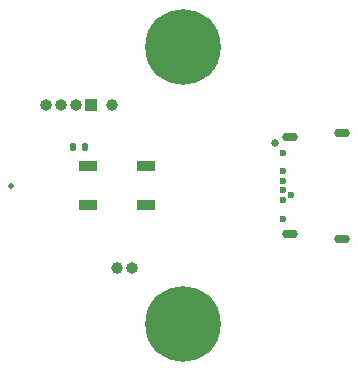
<source format=gts>
G04 #@! TF.GenerationSoftware,KiCad,Pcbnew,7.0.10*
G04 #@! TF.CreationDate,2024-01-15T15:50:16+01:00*
G04 #@! TF.ProjectId,mico,6d69636f-2e6b-4696-9361-645f70636258,rev?*
G04 #@! TF.SameCoordinates,Original*
G04 #@! TF.FileFunction,Soldermask,Top*
G04 #@! TF.FilePolarity,Negative*
%FSLAX46Y46*%
G04 Gerber Fmt 4.6, Leading zero omitted, Abs format (unit mm)*
G04 Created by KiCad (PCBNEW 7.0.10) date 2024-01-15 15:50:16*
%MOMM*%
%LPD*%
G01*
G04 APERTURE LIST*
G04 Aperture macros list*
%AMRoundRect*
0 Rectangle with rounded corners*
0 $1 Rounding radius*
0 $2 $3 $4 $5 $6 $7 $8 $9 X,Y pos of 4 corners*
0 Add a 4 corners polygon primitive as box body*
4,1,4,$2,$3,$4,$5,$6,$7,$8,$9,$2,$3,0*
0 Add four circle primitives for the rounded corners*
1,1,$1+$1,$2,$3*
1,1,$1+$1,$4,$5*
1,1,$1+$1,$6,$7*
1,1,$1+$1,$8,$9*
0 Add four rect primitives between the rounded corners*
20,1,$1+$1,$2,$3,$4,$5,0*
20,1,$1+$1,$4,$5,$6,$7,0*
20,1,$1+$1,$6,$7,$8,$9,0*
20,1,$1+$1,$8,$9,$2,$3,0*%
G04 Aperture macros list end*
%ADD10R,1.500000X0.900000*%
%ADD11RoundRect,0.140000X0.140000X0.170000X-0.140000X0.170000X-0.140000X-0.170000X0.140000X-0.170000X0*%
%ADD12C,6.400000*%
%ADD13C,0.650000*%
%ADD14C,0.600000*%
%ADD15O,1.350000X0.750000*%
%ADD16C,0.500000*%
%ADD17O,1.000000X1.000000*%
%ADD18R,1.000000X1.000000*%
%ADD19C,1.000000*%
G04 APERTURE END LIST*
D10*
X128000000Y-110350000D03*
X128000000Y-113650000D03*
X132900000Y-113650000D03*
X132900000Y-110350000D03*
D11*
X127710000Y-108750000D03*
X126750000Y-108750000D03*
D12*
X136000000Y-123750000D03*
X136000000Y-100250000D03*
D13*
X143810000Y-108400000D03*
D14*
X144460000Y-109200000D03*
X144460000Y-110800000D03*
X144460000Y-111600000D03*
X144460000Y-112400000D03*
X144460000Y-113200000D03*
X145170000Y-112800000D03*
X144460000Y-114800000D03*
D15*
X145060000Y-107870000D03*
X149450000Y-107510000D03*
X149450000Y-116490000D03*
X145060000Y-116130000D03*
D16*
X121500000Y-112000000D03*
D17*
X124390000Y-105200000D03*
X125660000Y-105200000D03*
X126930000Y-105200000D03*
D18*
X128200000Y-105200000D03*
D19*
X130000000Y-105200000D03*
D17*
X131670000Y-119000000D03*
D19*
X130400000Y-119000000D03*
M02*

</source>
